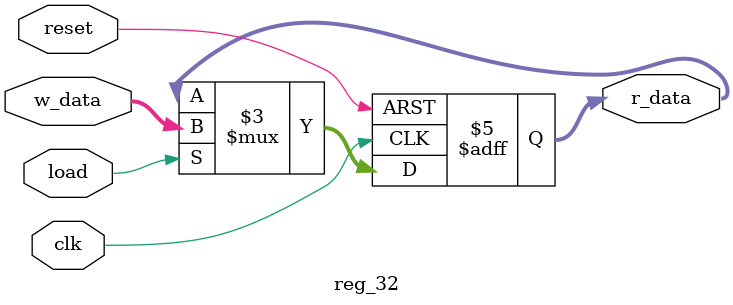
<source format=sv>
module reg_32(
    // load flag
    input logic load,

    // data in/out
    input  logic [31:0] w_data,
    output logic [31:0] r_data,

    // clock and reset
    input logic clk,
    input logic reset
);

always_ff @(posedge clk, posedge reset) begin
    if (reset) begin
        r_data = 0;
    end
    else if (load) begin
        r_data = w_data;
    end
end
    
endmodule: reg_32
</source>
